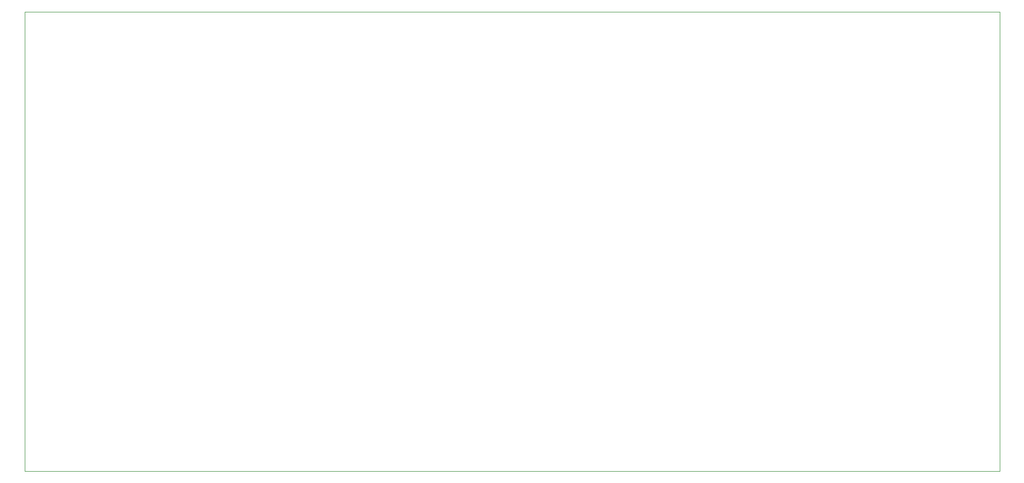
<source format=gbr>
G04 #@! TF.FileFunction,Profile,NP*
%FSLAX46Y46*%
G04 Gerber Fmt 4.6, Leading zero omitted, Abs format (unit mm)*
G04 Created by KiCad (PCBNEW 4.0.4-stable) date 08/15/17 17:17:09*
%MOMM*%
%LPD*%
G01*
G04 APERTURE LIST*
%ADD10C,0.100000*%
G04 APERTURE END LIST*
D10*
X160000000Y-15240000D02*
X160000000Y60220000D01*
X0Y60220000D02*
X160000000Y60220000D01*
X0Y-15240000D02*
X0Y60220000D01*
X0Y-15240000D02*
X160000000Y-15240000D01*
M02*

</source>
